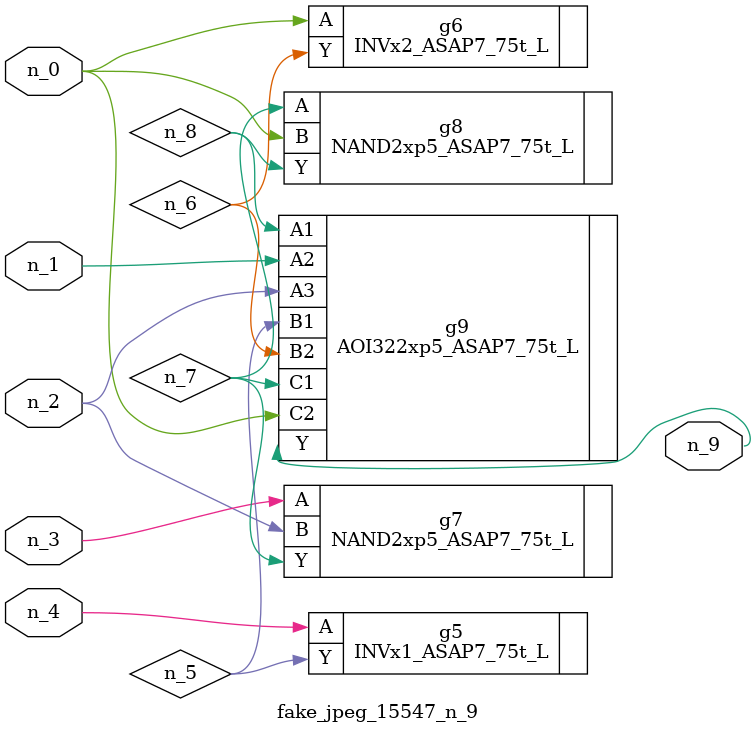
<source format=v>
module fake_jpeg_15547_n_9 (n_3, n_2, n_1, n_0, n_4, n_9);

input n_3;
input n_2;
input n_1;
input n_0;
input n_4;

output n_9;

wire n_8;
wire n_6;
wire n_5;
wire n_7;

INVx1_ASAP7_75t_L g5 ( 
.A(n_4),
.Y(n_5)
);

INVx2_ASAP7_75t_L g6 ( 
.A(n_0),
.Y(n_6)
);

NAND2xp5_ASAP7_75t_L g7 ( 
.A(n_3),
.B(n_2),
.Y(n_7)
);

NAND2xp5_ASAP7_75t_L g8 ( 
.A(n_7),
.B(n_0),
.Y(n_8)
);

AOI322xp5_ASAP7_75t_L g9 ( 
.A1(n_8),
.A2(n_1),
.A3(n_2),
.B1(n_5),
.B2(n_6),
.C1(n_7),
.C2(n_0),
.Y(n_9)
);


endmodule
</source>
